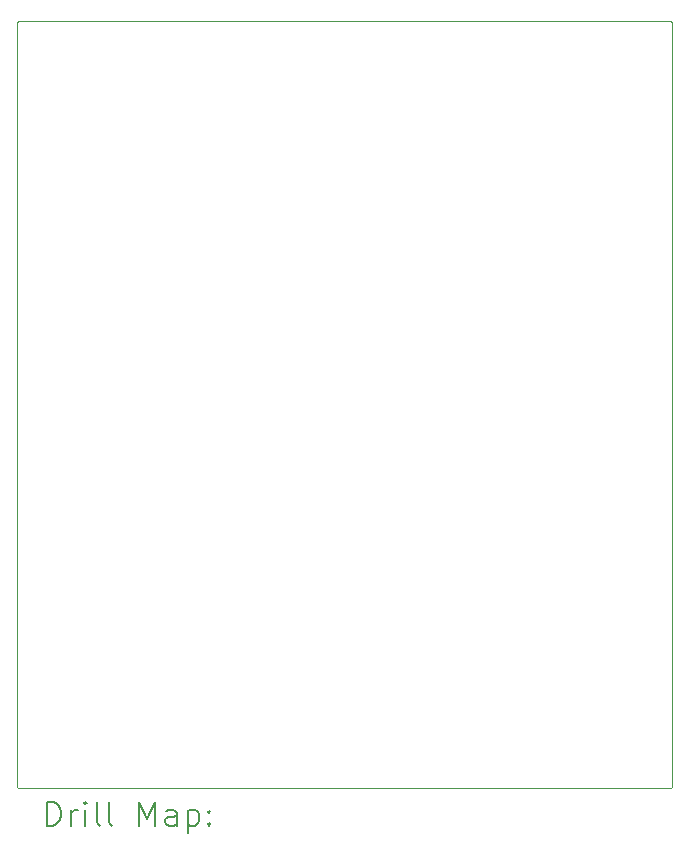
<source format=gbr>
%TF.GenerationSoftware,KiCad,Pcbnew,8.0.6*%
%TF.CreationDate,2024-11-27T08:06:24+01:00*%
%TF.ProjectId,jitx-design,6a697478-2d64-4657-9369-676e2e6b6963,rev?*%
%TF.SameCoordinates,Original*%
%TF.FileFunction,Drillmap*%
%TF.FilePolarity,Positive*%
%FSLAX45Y45*%
G04 Gerber Fmt 4.5, Leading zero omitted, Abs format (unit mm)*
G04 Created by KiCad (PCBNEW 8.0.6) date 2024-11-27 08:06:24*
%MOMM*%
%LPD*%
G01*
G04 APERTURE LIST*
%ADD10C,0.050000*%
%ADD11C,0.200000*%
G04 APERTURE END LIST*
D10*
X16720787Y-7561111D02*
X16717678Y-7557322D01*
X16717678Y-7557322D02*
X16713889Y-7554213D01*
X11186111Y-14045787D02*
X11190433Y-14048097D01*
X11195123Y-7550480D02*
X11190433Y-7551903D01*
X16724520Y-7570123D02*
X16723097Y-7565433D01*
X11175480Y-14029877D02*
X11176903Y-14034567D01*
X16720787Y-14038889D02*
X16723097Y-14034567D01*
X11186111Y-7554213D02*
X11182322Y-7557322D01*
X16717678Y-14042678D02*
X16720787Y-14038889D01*
X11190433Y-7551903D02*
X11186111Y-7554213D01*
X11200000Y-7550000D02*
X11195123Y-7550480D01*
X11182322Y-7557322D02*
X11179213Y-7561111D01*
X11200000Y-14050000D02*
X16700000Y-14050000D01*
X11176903Y-14034567D02*
X11179213Y-14038889D01*
X16709567Y-14048097D02*
X16713889Y-14045787D01*
X16709567Y-7551903D02*
X16704877Y-7550480D01*
X11190433Y-14048097D02*
X11195123Y-14049520D01*
X16700000Y-7550000D02*
X11200000Y-7550000D01*
X16725000Y-7575000D02*
X16724520Y-7570123D01*
X11175000Y-14025000D02*
X11175480Y-14029877D01*
X11175000Y-7575000D02*
X11175000Y-14025000D01*
X16704877Y-7550480D02*
X16700000Y-7550000D01*
X11179213Y-7561111D02*
X11176903Y-7565433D01*
X16700000Y-14050000D02*
X16704877Y-14049520D01*
X16725000Y-14025000D02*
X16725000Y-7575000D01*
X11195123Y-14049520D02*
X11200000Y-14050000D01*
X16704877Y-14049520D02*
X16709567Y-14048097D01*
X11182322Y-14042678D02*
X11186111Y-14045787D01*
X16713889Y-7554213D02*
X16709567Y-7551903D01*
X11179213Y-14038889D02*
X11182322Y-14042678D01*
X11176903Y-7565433D02*
X11175480Y-7570123D01*
X16723097Y-7565433D02*
X16720787Y-7561111D01*
X11175480Y-7570123D02*
X11175000Y-7575000D01*
X16713889Y-14045787D02*
X16717678Y-14042678D01*
X16723097Y-14034567D02*
X16724520Y-14029877D01*
X16724520Y-14029877D02*
X16725000Y-14025000D01*
D11*
X11433277Y-14363984D02*
X11433277Y-14163984D01*
X11433277Y-14163984D02*
X11480896Y-14163984D01*
X11480896Y-14163984D02*
X11509467Y-14173508D01*
X11509467Y-14173508D02*
X11528515Y-14192555D01*
X11528515Y-14192555D02*
X11538039Y-14211603D01*
X11538039Y-14211603D02*
X11547562Y-14249698D01*
X11547562Y-14249698D02*
X11547562Y-14278269D01*
X11547562Y-14278269D02*
X11538039Y-14316365D01*
X11538039Y-14316365D02*
X11528515Y-14335412D01*
X11528515Y-14335412D02*
X11509467Y-14354460D01*
X11509467Y-14354460D02*
X11480896Y-14363984D01*
X11480896Y-14363984D02*
X11433277Y-14363984D01*
X11633277Y-14363984D02*
X11633277Y-14230650D01*
X11633277Y-14268746D02*
X11642801Y-14249698D01*
X11642801Y-14249698D02*
X11652324Y-14240174D01*
X11652324Y-14240174D02*
X11671372Y-14230650D01*
X11671372Y-14230650D02*
X11690420Y-14230650D01*
X11757086Y-14363984D02*
X11757086Y-14230650D01*
X11757086Y-14163984D02*
X11747562Y-14173508D01*
X11747562Y-14173508D02*
X11757086Y-14183031D01*
X11757086Y-14183031D02*
X11766610Y-14173508D01*
X11766610Y-14173508D02*
X11757086Y-14163984D01*
X11757086Y-14163984D02*
X11757086Y-14183031D01*
X11880896Y-14363984D02*
X11861848Y-14354460D01*
X11861848Y-14354460D02*
X11852324Y-14335412D01*
X11852324Y-14335412D02*
X11852324Y-14163984D01*
X11985658Y-14363984D02*
X11966610Y-14354460D01*
X11966610Y-14354460D02*
X11957086Y-14335412D01*
X11957086Y-14335412D02*
X11957086Y-14163984D01*
X12214229Y-14363984D02*
X12214229Y-14163984D01*
X12214229Y-14163984D02*
X12280896Y-14306841D01*
X12280896Y-14306841D02*
X12347562Y-14163984D01*
X12347562Y-14163984D02*
X12347562Y-14363984D01*
X12528515Y-14363984D02*
X12528515Y-14259222D01*
X12528515Y-14259222D02*
X12518991Y-14240174D01*
X12518991Y-14240174D02*
X12499943Y-14230650D01*
X12499943Y-14230650D02*
X12461848Y-14230650D01*
X12461848Y-14230650D02*
X12442801Y-14240174D01*
X12528515Y-14354460D02*
X12509467Y-14363984D01*
X12509467Y-14363984D02*
X12461848Y-14363984D01*
X12461848Y-14363984D02*
X12442801Y-14354460D01*
X12442801Y-14354460D02*
X12433277Y-14335412D01*
X12433277Y-14335412D02*
X12433277Y-14316365D01*
X12433277Y-14316365D02*
X12442801Y-14297317D01*
X12442801Y-14297317D02*
X12461848Y-14287793D01*
X12461848Y-14287793D02*
X12509467Y-14287793D01*
X12509467Y-14287793D02*
X12528515Y-14278269D01*
X12623753Y-14230650D02*
X12623753Y-14430650D01*
X12623753Y-14240174D02*
X12642801Y-14230650D01*
X12642801Y-14230650D02*
X12680896Y-14230650D01*
X12680896Y-14230650D02*
X12699943Y-14240174D01*
X12699943Y-14240174D02*
X12709467Y-14249698D01*
X12709467Y-14249698D02*
X12718991Y-14268746D01*
X12718991Y-14268746D02*
X12718991Y-14325888D01*
X12718991Y-14325888D02*
X12709467Y-14344936D01*
X12709467Y-14344936D02*
X12699943Y-14354460D01*
X12699943Y-14354460D02*
X12680896Y-14363984D01*
X12680896Y-14363984D02*
X12642801Y-14363984D01*
X12642801Y-14363984D02*
X12623753Y-14354460D01*
X12804705Y-14344936D02*
X12814229Y-14354460D01*
X12814229Y-14354460D02*
X12804705Y-14363984D01*
X12804705Y-14363984D02*
X12795182Y-14354460D01*
X12795182Y-14354460D02*
X12804705Y-14344936D01*
X12804705Y-14344936D02*
X12804705Y-14363984D01*
X12804705Y-14240174D02*
X12814229Y-14249698D01*
X12814229Y-14249698D02*
X12804705Y-14259222D01*
X12804705Y-14259222D02*
X12795182Y-14249698D01*
X12795182Y-14249698D02*
X12804705Y-14240174D01*
X12804705Y-14240174D02*
X12804705Y-14259222D01*
M02*

</source>
